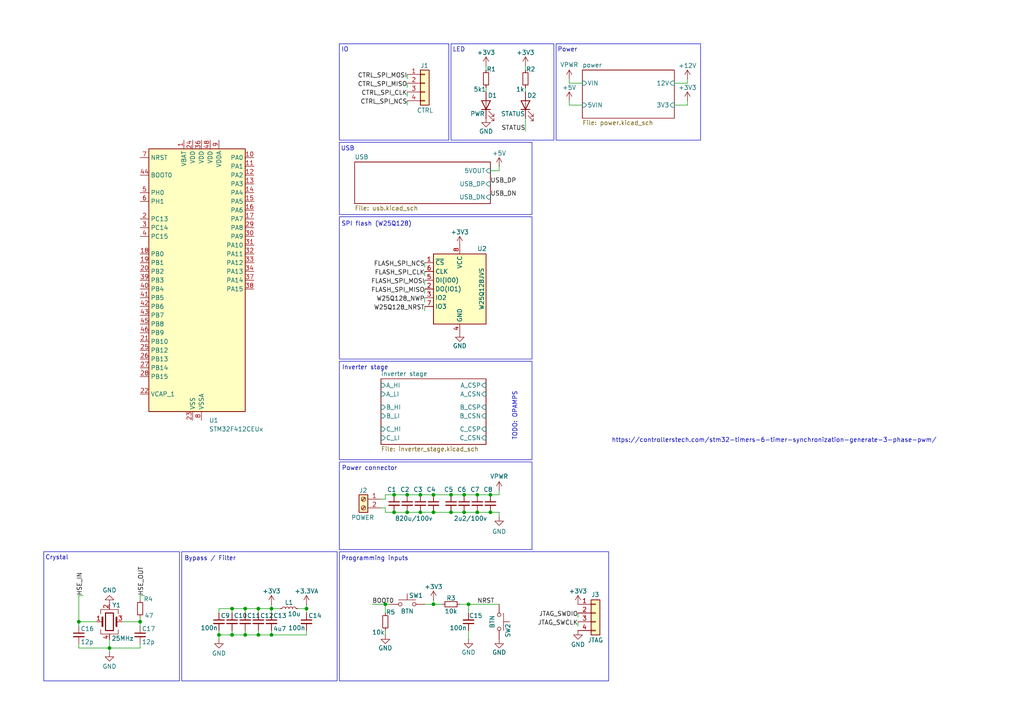
<source format=kicad_sch>
(kicad_sch (version 20231120) (generator "eeschema") (generator_version "8.0")
  (paper "A4")
  (lib_symbols
    (symbol "Connector:Screw_Terminal_01x02" (pin_names (offset 1.016) hide)
      (property "Reference" "J" (at 0 2.54 0))
      (property "Value" "Screw_Terminal_01x02" (at 0 -5.08 0))
      (symbol "Screw_Terminal_01x02_1_1"
        (rectangle (start -1.27 1.27) (end 1.27 -3.81) (stroke (width 0.254)) (fill (type background)))
        (circle (center 0 -2.54) (radius 0.635) (stroke (width 0.1524)))
        (polyline (pts (xy -0.5334 -2.2098) (xy 0.3302 -3.048)) (stroke (width 0.1524)))
        (polyline (pts (xy -0.5334 0.3302) (xy 0.3302 -0.508)) (stroke (width 0.1524)))
        (polyline (pts (xy -0.3556 -2.032) (xy 0.508 -2.8702)) (stroke (width 0.1524)))
        (polyline (pts (xy -0.3556 0.508) (xy 0.508 -0.3302)) (stroke (width 0.1524)))
        (circle (center 0 0) (radius 0.635) (stroke (width 0.1524)))
        (pin passive line (at -5.08 0 0) (length 3.81) (name "Pin_1") (number "1"))
        (pin passive line (at -5.08 -2.54 0) (length 3.81) (name "Pin_2") (number "2"))
      )
    )
    (symbol "Connector_Generic:Conn_01x04" (pin_names (offset 1.016) hide)
      (property "Reference" "J" (at 0 5.08 0))
      (property "Value" "Conn_01x04" (at 0 -7.62 0))
      (symbol "Conn_01x04_1_1"
        (rectangle (start -1.27 -4.953) (end 0 -5.207) (stroke (width 0.1524)))
        (rectangle (start -1.27 -2.413) (end 0 -2.667) (stroke (width 0.1524)))
        (rectangle (start -1.27 0.127) (end 0 -0.127) (stroke (width 0.1524)))
        (rectangle (start -1.27 2.667) (end 0 2.413) (stroke (width 0.1524)))
        (rectangle (start -1.27 3.81) (end 1.27 -6.35) (stroke (width 0.254)) (fill (type background)))
        (pin passive line (at -5.08 2.54 0) (length 3.81) (name "Pin_1") (number "1"))
        (pin passive line (at -5.08 0 0) (length 3.81) (name "Pin_2") (number "2"))
        (pin passive line (at -5.08 -2.54 0) (length 3.81) (name "Pin_3") (number "3"))
        (pin passive line (at -5.08 -5.08 0) (length 3.81) (name "Pin_4") (number "4"))
      )
    )
    (symbol "Device:C_Small" (pin_numbers hide) (pin_names (offset 0.254) hide)
      (property "Reference" "C" (at 0.254 1.778 0))
      (property "Value" "C_Small" (at 0.254 -2.032 0))
      (symbol "C_Small_0_1"
        (polyline (pts (xy -1.524 -0.508) (xy 1.524 -0.508)) (stroke (width 0.3302)))
        (polyline (pts (xy -1.524 0.508) (xy 1.524 0.508)) (stroke (width 0.3048)))
      )
      (symbol "C_Small_1_1"
        (pin passive line (at 0 2.54 270) (length 2.032) (name "~") (number "1"))
        (pin passive line (at 0 -2.54 90) (length 2.032) (name "~") (number "2"))
      )
    )
    (symbol "Device:Crystal_GND24" (pin_names (offset 1.016) hide)
      (property "Reference" "Y" (at 3.175 5.08 0))
      (property "Value" "Crystal_GND24" (at 3.175 3.175 0))
      (symbol "Crystal_GND24_0_1"
        (rectangle (start -1.143 2.54) (end 1.143 -2.54) (stroke (width 0.3048)))
        (polyline (pts (xy -2.54 0) (xy -2.032 0)))
        (polyline (pts (xy -2.032 -1.27) (xy -2.032 1.27)) (stroke (width 0.508)))
        (polyline (pts (xy 0 -3.81) (xy 0 -3.556)))
        (polyline (pts (xy 0 3.556) (xy 0 3.81)))
        (polyline (pts (xy 2.032 -1.27) (xy 2.032 1.27)) (stroke (width 0.508)))
        (polyline (pts (xy 2.032 0) (xy 2.54 0)))
        (polyline (pts (xy -2.54 -2.286) (xy -2.54 -3.556) (xy 2.54 -3.556) (xy 2.54 -2.286)))
        (polyline (pts (xy -2.54 2.286) (xy -2.54 3.556) (xy 2.54 3.556) (xy 2.54 2.286)))
      )
      (symbol "Crystal_GND24_1_1"
        (pin passive line (at -3.81 0 0) (length 1.27) (name "1") (number "1"))
        (pin passive line (at 0 5.08 270) (length 1.27) (name "2") (number "2"))
        (pin passive line (at 3.81 0 180) (length 1.27) (name "3") (number "3"))
        (pin passive line (at 0 -5.08 90) (length 1.27) (name "4") (number "4"))
      )
    )
    (symbol "Device:LED" (pin_numbers hide) (pin_names (offset 1.016) hide)
      (property "Reference" "D" (at 0 2.54 0))
      (property "Value" "LED" (at 0 -2.54 0))
      (symbol "LED_0_1"
        (polyline (pts (xy -1.27 -1.27) (xy -1.27 1.27)) (stroke (width 0.254)))
        (polyline (pts (xy -1.27 0) (xy 1.27 0)))
        (polyline (pts (xy 1.27 -1.27) (xy 1.27 1.27) (xy -1.27 0) (xy 1.27 -1.27)) (stroke (width 0.254)))
        (polyline (pts (xy -3.048 -0.762) (xy -4.572 -2.286) (xy -3.81 -2.286) (xy -4.572 -2.286) (xy -4.572 -1.524)))
        (polyline (pts (xy -1.778 -0.762) (xy -3.302 -2.286) (xy -2.54 -2.286) (xy -3.302 -2.286) (xy -3.302 -1.524)))
      )
      (symbol "LED_1_1"
        (pin passive line (at -3.81 0 0) (length 2.54) (name "K") (number "1"))
        (pin passive line (at 3.81 0 180) (length 2.54) (name "A") (number "2"))
      )
    )
    (symbol "Device:L_Small" (pin_numbers hide) (pin_names (offset 0.254) hide)
      (property "Reference" "L" (at 0.762 1.016 0))
      (property "Value" "L_Small" (at 0.762 -1.016 0))
      (symbol "L_Small_0_1"
        (arc (start 0 -2.032) (mid 0.5058 -1.524) (end 0 -1.016))
        (arc (start 0 -1.016) (mid 0.5058 -0.508) (end 0 0))
        (arc (start 0 0) (mid 0.5058 0.508) (end 0 1.016))
        (arc (start 0 1.016) (mid 0.5058 1.524) (end 0 2.032))
      )
      (symbol "L_Small_1_1"
        (pin passive line (at 0 2.54 270) (length 0.508) (name "~") (number "1"))
        (pin passive line (at 0 -2.54 90) (length 0.508) (name "~") (number "2"))
      )
    )
    (symbol "Device:R_Small" (pin_numbers hide) (pin_names (offset 0.254) hide)
      (property "Reference" "R" (at 0.762 0.508 0))
      (property "Value" "R_Small" (at 0.762 -1.016 0))
      (symbol "R_Small_0_1"
        (rectangle (start -0.762 1.778) (end 0.762 -1.778) (stroke (width 0.2032)))
      )
      (symbol "R_Small_1_1"
        (pin passive line (at 0 2.54 270) (length 0.762) (name "~") (number "1"))
        (pin passive line (at 0 -2.54 90) (length 0.762) (name "~") (number "2"))
      )
    )
    (symbol "MCU_ST_STM32F4:STM32F412CEUx"
      (property "Reference" "U" (at -12.7 39.37 0))
      (property "Value" "STM32F412CEUx" (at 10.16 39.37 0))
      (symbol "STM32F412CEUx_0_1"
        (rectangle (start -12.7 -38.1) (end 15.24 38.1) (stroke (width 0.254)) (fill (type background)))
      )
      (symbol "STM32F412CEUx_1_1"
        (pin power_in line (at -2.54 40.64 270) (length 2.54) (name "VBAT") (number "1"))
        (pin bidirectional line (at 17.78 35.56 180) (length 2.54) (name "PA0") (number "10"))
        (pin bidirectional line (at 17.78 33.02 180) (length 2.54) (name "PA1") (number "11"))
        (pin bidirectional line (at 17.78 30.48 180) (length 2.54) (name "PA2") (number "12"))
        (pin bidirectional line (at 17.78 27.94 180) (length 2.54) (name "PA3") (number "13"))
        (pin bidirectional line (at 17.78 25.4 180) (length 2.54) (name "PA4") (number "14"))
        (pin bidirectional line (at 17.78 22.86 180) (length 2.54) (name "PA5") (number "15"))
        (pin bidirectional line (at 17.78 20.32 180) (length 2.54) (name "PA6") (number "16"))
        (pin bidirectional line (at 17.78 17.78 180) (length 2.54) (name "PA7") (number "17"))
        (pin bidirectional line (at -15.24 7.62 0) (length 2.54) (name "PB0") (number "18"))
        (pin bidirectional line (at -15.24 5.08 0) (length 2.54) (name "PB1") (number "19"))
        (pin bidirectional line (at -15.24 17.78 0) (length 2.54) (name "PC13") (number "2"))
        (pin bidirectional line (at -15.24 2.54 0) (length 2.54) (name "PB2") (number "20"))
        (pin bidirectional line (at -15.24 -17.78 0) (length 2.54) (name "PB10") (number "21"))
        (pin power_out line (at -15.24 -33.02 0) (length 2.54) (name "VCAP_1") (number "22"))
        (pin power_in line (at 0 -40.64 90) (length 2.54) (name "VSS") (number "23"))
        (pin power_in line (at 0 40.64 270) (length 2.54) (name "VDD") (number "24"))
        (pin bidirectional line (at -15.24 -20.32 0) (length 2.54) (name "PB12") (number "25"))
        (pin bidirectional line (at -15.24 -22.86 0) (length 2.54) (name "PB13") (number "26"))
        (pin bidirectional line (at -15.24 -25.4 0) (length 2.54) (name "PB14") (number "27"))
        (pin bidirectional line (at -15.24 -27.94 0) (length 2.54) (name "PB15") (number "28"))
        (pin bidirectional line (at 17.78 15.24 180) (length 2.54) (name "PA8") (number "29"))
        (pin bidirectional line (at -15.24 15.24 0) (length 2.54) (name "PC14") (number "3"))
        (pin bidirectional line (at 17.78 12.7 180) (length 2.54) (name "PA9") (number "30"))
        (pin bidirectional line (at 17.78 10.16 180) (length 2.54) (name "PA10") (number "31"))
        (pin bidirectional line (at 17.78 7.62 180) (length 2.54) (name "PA11") (number "32"))
        (pin bidirectional line (at 17.78 5.08 180) (length 2.54) (name "PA12") (number "33"))
        (pin bidirectional line (at 17.78 2.54 180) (length 2.54) (name "PA13") (number "34"))
        (pin passive line (at 0 -40.64 90) (length 2.54) hide (name "VSS") (number "35"))
        (pin power_in line (at 2.54 40.64 270) (length 2.54) (name "VDD") (number "36"))
        (pin bidirectional line (at 17.78 0 180) (length 2.54) (name "PA14") (number "37"))
        (pin bidirectional line (at 17.78 -2.54 180) (length 2.54) (name "PA15") (number "38"))
        (pin bidirectional line (at -15.24 0 0) (length 2.54) (name "PB3") (number "39"))
        (pin bidirectional line (at -15.24 12.7 0) (length 2.54) (name "PC15") (number "4"))
        (pin bidirectional line (at -15.24 -2.54 0) (length 2.54) (name "PB4") (number "40"))
        (pin bidirectional line (at -15.24 -5.08 0) (length 2.54) (name "PB5") (number "41"))
        (pin bidirectional line (at -15.24 -7.62 0) (length 2.54) (name "PB6") (number "42"))
        (pin bidirectional line (at -15.24 -10.16 0) (length 2.54) (name "PB7") (number "43"))
        (pin input line (at -15.24 30.48 0) (length 2.54) (name "BOOT0") (number "44"))
        (pin bidirectional line (at -15.24 -12.7 0) (length 2.54) (name "PB8") (number "45"))
        (pin bidirectional line (at -15.24 -15.24 0) (length 2.54) (name "PB9") (number "46"))
        (pin passive line (at 0 -40.64 90) (length 2.54) hide (name "VSS") (number "47"))
        (pin power_in line (at 5.08 40.64 270) (length 2.54) (name "VDD") (number "48"))
        (pin passive line (at 0 -40.64 90) (length 2.54) hide (name "VSS") (number "49"))
        (pin bidirectional line (at -15.24 25.4 0) (length 2.54) (name "PH0") (number "5"))
        (pin bidirectional line (at -15.24 22.86 0) (length 2.54) (name "PH1") (number "6"))
        (pin input line (at -15.24 35.56 0) (length 2.54) (name "NRST") (number "7"))
        (pin power_in line (at 2.54 -40.64 90) (length 2.54) (name "VSSA") (number "8"))
        (pin power_in line (at 7.62 40.64 270) (length 2.54) (name "VDDA") (number "9"))
      )
    )
    (symbol "Memory_Flash:W25Q128JVS"
      (property "Reference" "U" (at -8.89 8.89 0))
      (property "Value" "W25Q128JVS" (at 7.62 8.89 0))
      (symbol "W25Q128JVS_0_1"
        (rectangle (start -7.62 10.16) (end 7.62 -10.16) (stroke (width 0.254)) (fill (type background)))
      )
      (symbol "W25Q128JVS_1_1"
        (pin input line (at -10.16 7.62 0) (length 2.54) (name "~{CS}") (number "1"))
        (pin bidirectional line (at -10.16 0 0) (length 2.54) (name "DO(IO1)") (number "2"))
        (pin bidirectional line (at -10.16 -2.54 0) (length 2.54) (name "IO2") (number "3"))
        (pin power_in line (at 0 -12.7 90) (length 2.54) (name "GND") (number "4"))
        (pin bidirectional line (at -10.16 2.54 0) (length 2.54) (name "DI(IO0)") (number "5"))
        (pin input line (at -10.16 5.08 0) (length 2.54) (name "CLK") (number "6"))
        (pin bidirectional line (at -10.16 -5.08 0) (length 2.54) (name "IO3") (number "7"))
        (pin power_in line (at 0 12.7 270) (length 2.54) (name "VCC") (number "8"))
      )
    )
    (symbol "Switch:SW_Push" (pin_numbers hide) (pin_names (offset 1.016) hide)
      (property "Reference" "SW" (at 1.27 2.54 0))
      (property "Value" "SW_Push" (at 0 -1.524 0))
      (symbol "SW_Push_0_1"
        (circle (center -2.032 0) (radius 0.508))
        (polyline (pts (xy 0 1.27) (xy 0 3.048)))
        (polyline (pts (xy 2.54 1.27) (xy -2.54 1.27)))
        (circle (center 2.032 0) (radius 0.508))
        (pin passive line (at -5.08 0 0) (length 2.54) (name "1") (number "1"))
        (pin passive line (at 5.08 0 180) (length 2.54) (name "2") (number "2"))
      )
    )
    (symbol "power:+12V" (power) (pin_numbers hide) (pin_names (offset 0) hide)
      (property "Value" "+12V" (at 0 3.556 0))
      (symbol "+12V_0_1"
        (polyline (pts (xy -0.762 1.27) (xy 0 2.54)))
        (polyline (pts (xy 0 0) (xy 0 2.54)))
        (polyline (pts (xy 0 2.54) (xy 0.762 1.27)))
      )
      (symbol "+12V_1_1"
        (pin power_in line (at 0 0 90) (length 0) (name "~") (number "1"))
      )
    )
    (symbol "power:+3.3VA" (power) (pin_numbers hide) (pin_names (offset 0) hide)
      (property "Value" "+3.3VA" (at 0 3.556 0))
      (symbol "+3.3VA_0_1"
        (polyline (pts (xy -0.762 1.27) (xy 0 2.54)))
        (polyline (pts (xy 0 0) (xy 0 2.54)))
        (polyline (pts (xy 0 2.54) (xy 0.762 1.27)))
      )
      (symbol "+3.3VA_1_1"
        (pin power_in line (at 0 0 90) (length 0) (name "~") (number "1"))
      )
    )
    (symbol "power:+3V3" (power) (pin_numbers hide) (pin_names (offset 0) hide)
      (property "Value" "+3V3" (at 0 3.556 0))
      (symbol "+3V3_0_1"
        (polyline (pts (xy -0.762 1.27) (xy 0 2.54)))
        (polyline (pts (xy 0 0) (xy 0 2.54)))
        (polyline (pts (xy 0 2.54) (xy 0.762 1.27)))
      )
      (symbol "+3V3_1_1"
        (pin power_in line (at 0 0 90) (length 0) (name "~") (number "1"))
      )
    )
    (symbol "power:+5V" (power) (pin_numbers hide) (pin_names (offset 0) hide)
      (property "Value" "+5V" (at 0 3.556 0))
      (symbol "+5V_0_1"
        (polyline (pts (xy -0.762 1.27) (xy 0 2.54)))
        (polyline (pts (xy 0 0) (xy 0 2.54)))
        (polyline (pts (xy 0 2.54) (xy 0.762 1.27)))
      )
      (symbol "+5V_1_1"
        (pin power_in line (at 0 0 90) (length 0) (name "~") (number "1"))
      )
    )
    (symbol "power:GND" (power) (pin_numbers hide) (pin_names (offset 0) hide)
      (property "Value" "GND" (at 0 -3.81 0))
      (symbol "GND_0_1"
        (polyline (pts (xy 0 0) (xy 0 -1.27) (xy 1.27 -1.27) (xy 0 -2.54) (xy -1.27 -1.27) (xy 0 -1.27)))
      )
      (symbol "GND_1_1"
        (pin power_in line (at 0 0 270) (length 0) (name "~") (number "1"))
      )
    )
    (symbol "power:Vdrive" (power) (pin_numbers hide) (pin_names (offset 0) hide)
      (property "Value" "Vdrive" (at 0 3.556 0))
      (symbol "Vdrive_0_1"
        (polyline (pts (xy -0.762 1.27) (xy 0 2.54)))
        (polyline (pts (xy 0 0) (xy 0 2.54)))
        (polyline (pts (xy 0 2.54) (xy 0.762 1.27)))
      )
      (symbol "Vdrive_1_1"
        (pin power_in line (at 0 0 90) (length 0) (name "~") (number "1"))
      )
    )
  )
  (junction (at 118.11 148.59))
  (junction (at 71.12 184.15))
  (junction (at 135.89 175.26))
  (junction (at 74.93 176.53))
  (junction (at 22.86 180.34))
  (junction (at 134.62 143.51))
  (junction (at 88.9 176.53))
  (junction (at 78.74 176.53))
  (junction (at 130.81 143.51))
  (junction (at 138.43 148.59))
  (junction (at 134.62 148.59))
  (junction (at 40.64 180.34))
  (junction (at 67.31 184.15))
  (junction (at 111.76 175.26))
  (junction (at 125.73 143.51))
  (junction (at 74.93 184.15))
  (junction (at 125.73 148.59))
  (junction (at 142.24 148.59))
  (junction (at 114.3 143.51))
  (junction (at 138.43 143.51))
  (junction (at 71.12 176.53))
  (junction (at 78.74 184.15))
  (junction (at 63.5 184.15))
  (junction (at 130.81 148.59))
  (junction (at 142.24 143.51))
  (junction (at 121.92 143.51))
  (junction (at 118.11 143.51))
  (junction (at 31.75 187.96))
  (junction (at 67.31 176.53))
  (junction (at 125.73 175.26))
  (junction (at 121.92 148.59))
  (junction (at 114.3 148.59))
  (wire (pts (xy 142.24 148.59) (xy 144.78 148.59)))
  (wire (pts (xy 199.39 22.86) (xy 199.39 24.13)))
  (wire (pts (xy 40.64 187.96) (xy 40.64 186.69)))
  (wire (pts (xy 140.97 20.32) (xy 140.97 19.05)))
  (wire (pts (xy 78.74 176.53) (xy 81.28 176.53)))
  (wire (pts (xy 63.5 185.42) (xy 63.5 184.15)))
  (wire (pts (xy 78.74 176.53) (xy 78.74 177.8)))
  (wire (pts (xy 31.75 185.42) (xy 31.75 187.96)))
  (wire (pts (xy 123.19 87.63) (xy 123.19 86.36)))
  (wire (pts (xy 135.89 182.88) (xy 135.89 185.42)))
  (wire (pts (xy 88.9 184.15) (xy 88.9 182.88)))
  (wire (pts (xy 144.78 49.53) (xy 142.24 49.53)))
  (wire (pts (xy 67.31 176.53) (xy 67.31 177.8)))
  (wire (pts (xy 24.13 172.72) (xy 22.86 172.72)))
  (wire (pts (xy 111.76 175.26) (xy 111.76 177.8)))
  (wire (pts (xy 111.76 144.78) (xy 110.49 144.78)))
  (wire (pts (xy 152.4 19.05) (xy 152.4 20.32)))
  (wire (pts (xy 118.11 30.48) (xy 118.11 29.21)))
  (wire (pts (xy 125.73 175.26) (xy 128.27 175.26)))
  (wire (pts (xy 123.19 90.17) (xy 123.19 88.9)))
  (wire (pts (xy 167.64 181.61) (xy 167.64 180.34)))
  (wire (pts (xy 67.31 184.15) (xy 71.12 184.15)))
  (wire (pts (xy 165.1 29.21) (xy 165.1 30.48)))
  (wire (pts (xy 135.89 175.26) (xy 144.78 175.26)))
  (wire (pts (xy 125.73 143.51) (xy 130.81 143.51)))
  (wire (pts (xy 74.93 176.53) (xy 71.12 176.53)))
  (wire (pts (xy 125.73 148.59) (xy 130.81 148.59)))
  (wire (pts (xy 165.1 30.48) (xy 168.91 30.48)))
  (wire (pts (xy 111.76 143.51) (xy 114.3 143.51)))
  (wire (pts (xy 78.74 184.15) (xy 78.74 182.88)))
  (wire (pts (xy 35.56 180.34) (xy 40.64 180.34)))
  (wire (pts (xy 67.31 182.88) (xy 67.31 184.15)))
  (wire (pts (xy 22.86 187.96) (xy 31.75 187.96)))
  (wire (pts (xy 63.5 176.53) (xy 63.5 177.8)))
  (wire (pts (xy 152.4 25.4) (xy 152.4 26.67)))
  (wire (pts (xy 111.76 148.59) (xy 114.3 148.59)))
  (wire (pts (xy 125.73 173.99) (xy 125.73 175.26)))
  (wire (pts (xy 130.81 143.51) (xy 134.62 143.51)))
  (wire (pts (xy 74.93 184.15) (xy 78.74 184.15)))
  (wire (pts (xy 118.11 148.59) (xy 121.92 148.59)))
  (wire (pts (xy 144.78 149.86) (xy 144.78 148.59)))
  (wire (pts (xy 140.97 25.4) (xy 140.97 26.67)))
  (wire (pts (xy 144.78 48.26) (xy 144.78 49.53)))
  (wire (pts (xy 130.81 148.59) (xy 134.62 148.59)))
  (wire (pts (xy 114.3 148.59) (xy 118.11 148.59)))
  (wire (pts (xy 133.35 175.26) (xy 135.89 175.26)))
  (wire (pts (xy 71.12 184.15) (xy 74.93 184.15)))
  (wire (pts (xy 63.5 182.88) (xy 63.5 184.15)))
  (wire (pts (xy 123.19 77.47) (xy 123.19 76.2)))
  (wire (pts (xy 40.64 172.72) (xy 40.64 173.99)))
  (wire (pts (xy 111.76 175.26) (xy 113.03 175.26)))
  (wire (pts (xy 123.19 85.09) (xy 123.19 83.82)))
  (wire (pts (xy 74.93 182.88) (xy 74.93 184.15)))
  (wire (pts (xy 118.11 143.51) (xy 121.92 143.51)))
  (wire (pts (xy 88.9 176.53) (xy 88.9 175.26)))
  (wire (pts (xy 165.1 22.86) (xy 165.1 24.13)))
  (wire (pts (xy 134.62 148.59) (xy 138.43 148.59)))
  (wire (pts (xy 78.74 176.53) (xy 74.93 176.53)))
  (wire (pts (xy 71.12 176.53) (xy 67.31 176.53)))
  (wire (pts (xy 86.36 176.53) (xy 88.9 176.53)))
  (wire (pts (xy 74.93 176.53) (xy 74.93 177.8)))
  (wire (pts (xy 71.12 182.88) (xy 71.12 184.15)))
  (wire (pts (xy 167.64 179.07) (xy 167.64 177.8)))
  (wire (pts (xy 165.1 24.13) (xy 168.91 24.13)))
  (wire (pts (xy 111.76 182.88) (xy 111.76 184.15)))
  (wire (pts (xy 118.11 22.86) (xy 118.11 21.59)))
  (wire (pts (xy 78.74 184.15) (xy 88.9 184.15)))
  (wire (pts (xy 40.64 179.07) (xy 40.64 180.34)))
  (wire (pts (xy 199.39 29.21) (xy 199.39 30.48)))
  (wire (pts (xy 138.43 148.59) (xy 142.24 148.59)))
  (wire (pts (xy 135.89 175.26) (xy 135.89 177.8)))
  (wire (pts (xy 41.91 172.72) (xy 40.64 172.72)))
  (wire (pts (xy 199.39 24.13) (xy 195.58 24.13)))
  (wire (pts (xy 88.9 176.53) (xy 88.9 177.8)))
  (wire (pts (xy 31.75 187.96) (xy 40.64 187.96)))
  (wire (pts (xy 111.76 147.32) (xy 110.49 147.32)))
  (wire (pts (xy 63.5 184.15) (xy 67.31 184.15)))
  (wire (pts (xy 31.75 189.23) (xy 31.75 187.96)))
  (wire (pts (xy 144.78 142.24) (xy 144.78 143.51)))
  (wire (pts (xy 111.76 148.59) (xy 111.76 147.32)))
  (wire (pts (xy 199.39 30.48) (xy 195.58 30.48)))
  (wire (pts (xy 22.86 180.34) (xy 22.86 181.61)))
  (wire (pts (xy 125.73 175.26) (xy 123.19 175.26)))
  (wire (pts (xy 78.74 175.26) (xy 78.74 176.53)))
  (wire (pts (xy 22.86 186.69) (xy 22.86 187.96)))
  (wire (pts (xy 118.11 25.4) (xy 118.11 24.13)))
  (wire (pts (xy 118.11 27.94) (xy 118.11 26.67)))
  (wire (pts (xy 67.31 176.53) (xy 63.5 176.53)))
  (wire (pts (xy 111.76 143.51) (xy 111.76 144.78)))
  (wire (pts (xy 123.19 82.55) (xy 123.19 81.28)))
  (wire (pts (xy 27.94 180.34) (xy 22.86 180.34)))
  (wire (pts (xy 71.12 176.53) (xy 71.12 177.8)))
  (wire (pts (xy 107.95 175.26) (xy 111.76 175.26)))
  (wire (pts (xy 121.92 143.51) (xy 125.73 143.51)))
  (wire (pts (xy 40.64 180.34) (xy 40.64 181.61)))
  (wire (pts (xy 134.62 143.51) (xy 138.43 143.51)))
  (wire (pts (xy 22.86 172.72) (xy 22.86 180.34)))
  (wire (pts (xy 142.24 143.51) (xy 144.78 143.51)))
  (wire (pts (xy 123.19 80.01) (xy 123.19 78.74)))
  (wire (pts (xy 152.4 38.1) (xy 152.4 34.29)))
  (wire (pts (xy 121.92 148.59) (xy 125.73 148.59)))
  (wire (pts (xy 138.43 143.51) (xy 142.24 143.51)))
  (wire (pts (xy 114.3 143.51) (xy 118.11 143.51)))
  (rectangle (start 98.425 62.865) (end 154.305 104.14))
  (rectangle (start 98.425 104.775) (end 154.305 133.35))
  (rectangle (start 161.29 12.7) (end 203.2 40.64))
  (rectangle (start 98.425 41.275) (end 154.305 62.23))
  (rectangle (start 130.81 12.7) (end 160.655 40.64))
  (rectangle (start 98.425 160.02) (end 176.53 197.485))
  (rectangle (start 12.7 160.02) (end 52.07 197.485))
  (rectangle (start 52.705 160.02) (end 97.79 197.485))
  (rectangle (start 98.425 12.7) (end 130.175 40.64))
  (rectangle (start 98.425 133.985) (end 154.305 159.385))
  (text "Bypass / Filter" (at 60.96 162.052 0) (effects (font (size 1.27 1.27))))
  (text "TODO: OPAMPS" (at 149.352 120.65 90) (effects (font (size 1.27 1.27))))
  (text "https://controllerstech.com/stm32-timers-6-timer-synchronization-generate-3-phase-pwm/" (at 224.536 127.762 0) (effects (font (size 1.27 1.27))))
  (text "Programming inputs" (at 108.712 162.052 0) (effects (font (size 1.27 1.27))))
  (text "IO" (at 100.076 14.478 0) (effects (font (size 1.27 1.27))))
  (text "Crystal" (at 16.51 161.798 0) (effects (font (size 1.27 1.27))))
  (text "Power" (at 164.592 14.478 0) (effects (font (size 1.27 1.27))))
  (text "USB" (at 100.838 43.18 0) (effects (font (size 1.27 1.27))))
  (text "LED" (at 133.096 14.478 0) (effects (font (size 1.27 1.27))))
  (text "Power connector" (at 107.188 135.89 0) (effects (font (size 1.27 1.27))))
  (text "Inverter stage" (at 105.918 106.68 0) (effects (font (size 1.27 1.27))))
  (text "SPI flash (W25Q128)" (at 109.22 65.024 0) (effects (font (size 1.27 1.27))))
  (label "W25Q128_NRST" (at 123.19 90.17 180))
  (label "CTRL_SPI_MOSI" (at 118.11 22.86 180))
  (label "USB_DP" (at 142.24 53.34 0))
  (label "CTRL_SPI_MISO" (at 118.11 25.4 180))
  (label "JTAG_SWDIO" (at 167.64 179.07 180))
  (label "CTRL_SPI_CLK" (at 118.11 27.94 180))
  (label "FLASH_SPI_MISO" (at 123.19 85.09 180))
  (label "HSE_IN" (at 24.13 172.72 90))
  (label "STATUS" (at 152.4 38.1 180))
  (label "HSE_OUT" (at 41.91 172.72 90))
  (label "FLASH_SPI_NCS" (at 123.19 77.47 180))
  (label "NRST" (at 138.43 175.26 0))
  (label "BOOT0" (at 107.95 175.26 0))
  (label "FLASH_SPI_MOSI" (at 123.19 82.55 180))
  (label "USB_DN" (at 142.24 57.15 0))
  (label "FLASH_SPI_CLK" (at 123.19 80.01 180))
  (label "CTRL_SPI_NCS" (at 118.11 30.48 180))
  (label "JTAG_SWCLK" (at 167.64 181.61 180))
  (label "W25Q128_NWP" (at 123.19 87.63 180))
  (symbol (lib_id "Memory_Flash:W25Q128JVS") (at 133.35 83.82 0) (unit 1)
    (property "Reference" "U2" (at 138.43 72.136 0) (effects (justify left)))
    (property "Value" "W25Q128JVS" (at 139.7 89.916 90) (effects (justify left)))
    (property "Footprint" "Package_SO:SOIC-8_5.23x5.23mm_P1.27mm" (effects (hide yes)))
    (property "Datasheet" "http://www.winbond.com/resource-files/w25q128jv_dtr%20revc%2003272018%20plus.pdf" (effects (hide yes)))
    (property "Description" "128Mb Serial Flash Memory, Standard/Dual/Quad SPI, SOIC-8" (effects (hide yes)))
  )
  (symbol (lib_id "Device:Crystal_GND24") (at 31.75 180.34 0) (unit 1)
    (property "Reference" "Y1" (at 33.782 175.514 0))
    (property "Value" "25MHz" (at 35.56 185.166 0))
    (property "Footprint" "Crystal:Crystal_SMD_3225-4Pin_3.2x2.5mm" (effects (hide yes)))
    (property "Description" "Four pin crystal, GND on pins 2 and 4" (effects (hide yes)))
  )
  (symbol (lib_id "Device:C_Small") (at 130.81 146.05 0) (unit 1)
    (property "Reference" "C5" (at 128.778 141.986 0) (effects (justify left)))
    (property "Value" "2u2/100v" (at 131.572 150.368 0) (effects (justify left)))
    (property "Footprint" "Capacitor_SMD:C_1210_3225Metric" (effects (hide yes)))
    (property "Description" "Unpolarized capacitor, small symbol" (effects (hide yes)))
  )
  (symbol (lib_id "power:+12V") (at 199.39 22.86 0) (unit 1)
    (property "Reference" "#PWR04" (effects (hide yes)))
    (property "Value" "+12V" (at 199.39 19.05 0))
    (property "Description" "Power symbol creates a global label with name \"+12V\"" (effects (hide yes)))
  )
  (symbol (lib_id "Device:R_Small") (at 152.4 22.86 0) (unit 1)
    (property "Reference" "R2" (at 153.924 20.066 0))
    (property "Value" "1k" (at 150.876 25.908 0))
    (property "Footprint" "Resistor_SMD:R_0603_1608Metric" (effects (hide yes)))
    (property "Description" "Resistor, small symbol" (effects (hide yes)))
  )
  (symbol (lib_id "power:+5V") (at 144.78 48.26 0) (unit 1)
    (property "Reference" "#PWR058" (effects (hide yes)))
    (property "Value" "+5V" (at 144.78 44.45 0))
    (property "Description" "Power symbol creates a global label with name \"+5V\"" (effects (hide yes)))
  )
  (symbol (lib_id "Device:C_Small") (at 138.43 146.05 0) (unit 1)
    (property "Reference" "C7" (at 136.398 141.986 0) (effects (justify left)))
    (property "Value" "2u2/100v" (effects (hide yes)))
    (property "Footprint" "Capacitor_SMD:C_1210_3225Metric" (effects (hide yes)))
    (property "Description" "Unpolarized capacitor, small symbol" (effects (hide yes)))
  )
  (symbol (lib_id "Device:C_Small") (at 22.86 184.15 0) (unit 1)
    (property "Reference" "C16" (at 23.368 182.372 0) (effects (justify left)))
    (property "Value" "12p" (at 23.368 186.182 0) (effects (justify left)))
    (property "Footprint" "Capacitor_SMD:C_0603_1608Metric" (effects (hide yes)))
    (property "Description" "Unpolarized capacitor, small symbol" (effects (hide yes)))
  )
  (symbol (lib_id "power:GND") (at 31.75 175.26 180) (unit 1)
    (property "Reference" "#PWR012" (effects (hide yes)))
    (property "Value" "GND" (at 31.75 171.196 0))
    (property "Description" "Power symbol creates a global label with name \"GND\" , ground" (effects (hide yes)))
  )
  (symbol (lib_id "Device:C_Small") (at 63.5 180.34 0) (unit 1)
    (property "Reference" "C9" (at 64.008 178.562 0) (effects (justify left)))
    (property "Value" "100n" (at 58.166 182.118 0) (effects (justify left)))
    (property "Footprint" "Capacitor_SMD:C_0603_1608Metric" (effects (hide yes)))
    (property "Description" "Unpolarized capacitor, small symbol" (effects (hide yes)))
  )
  (symbol (lib_id "Device:R_Small") (at 130.81 175.26 90) (unit 1)
    (property "Reference" "R3" (at 130.81 173.482 90))
    (property "Value" "10k" (at 130.81 177.292 90))
    (property "Footprint" "Resistor_SMD:R_0603_1608Metric" (effects (hide yes)))
    (property "Description" "Resistor, small symbol" (effects (hide yes)))
  )
  (symbol (lib_id "Switch:SW_Push") (at 118.11 175.26 0) (unit 1)
    (property "Reference" "SW1" (at 120.65 172.72 0))
    (property "Value" "BTN" (at 118.11 177.292 0))
    (property "Footprint" "Button_Switch_SMD:SW_SPST_PTS810" (effects (hide yes)))
    (property "Description" "Push button switch, generic, two pins" (effects (hide yes)))
    (property "LCSC" "C2681476" (effects (hide yes)))
  )
  (symbol (lib_id "power:+3V3") (at 140.97 19.05 0) (mirror y) (unit 1)
    (property "Reference" "#PWR01" (effects (hide yes)))
    (property "Value" "+3V3" (at 140.97 15.24 0))
    (property "Description" "Power symbol creates a global label with name \"+3V3\"" (effects (hide yes)))
  )
  (symbol (lib_id "power:GND") (at 31.75 189.23 0) (unit 1)
    (property "Reference" "#PWR021" (effects (hide yes)))
    (property "Value" "GND" (at 31.75 193.294 0))
    (property "Description" "Power symbol creates a global label with name \"GND\" , ground" (effects (hide yes)))
  )
  (symbol (lib_id "Switch:SW_Push") (at 144.78 180.34 270) (unit 1)
    (property "Reference" "SW2" (at 147.32 182.88 0))
    (property "Value" "BTN" (at 142.748 180.34 0))
    (property "Footprint" "Button_Switch_SMD:SW_SPST_PTS810" (effects (hide yes)))
    (property "Description" "Push button switch, generic, two pins" (effects (hide yes)))
    (property "LCSC" "C2681476" (effects (hide yes)))
  )
  (symbol (lib_id "power:GND") (at 111.76 184.15 0) (unit 1)
    (property "Reference" "#PWR017" (effects (hide yes)))
    (property "Value" "GND" (at 111.76 187.96 0))
    (property "Description" "Power symbol creates a global label with name \"GND\" , ground" (effects (hide yes)))
  )
  (symbol (lib_id "Device:R_Small") (at 111.76 180.34 0) (unit 1)
    (property "Reference" "R5" (at 113.284 177.546 0))
    (property "Value" "10k" (at 109.728 183.388 0))
    (property "Footprint" "Resistor_SMD:R_0603_1608Metric" (effects (hide yes)))
    (property "Description" "Resistor, small symbol" (effects (hide yes)))
  )
  (symbol (lib_id "power:Vdrive") (at 144.78 142.24 0) (unit 1)
    (property "Reference" "#PWR09" (effects (hide yes)))
    (property "Value" "VPWR" (at 144.78 138.176 0))
    (property "Description" "Power symbol creates a global label with name \"Vdrive\"" (effects (hide yes)))
  )
  (symbol (lib_id "power:GND") (at 144.78 149.86 0) (unit 1)
    (property "Reference" "#PWR010" (effects (hide yes)))
    (property "Value" "GND" (at 144.78 154.178 0))
    (property "Description" "Power symbol creates a global label with name \"GND\" , ground" (effects (hide yes)))
  )
  (symbol (lib_id "power:GND") (at 140.97 34.29 0) (unit 1)
    (property "Reference" "#PWR06" (effects (hide yes)))
    (property "Value" "GND" (at 140.97 38.1 0))
    (property "Description" "Power symbol creates a global label with name \"GND\" , ground" (effects (hide yes)))
  )
  (symbol (lib_id "power:+3.3VA") (at 88.9 175.26 0) (unit 1)
    (property "Reference" "#PWR014" (effects (hide yes)))
    (property "Value" "+3.3VA" (at 88.9 171.45 0))
    (property "Description" "Power symbol creates a global label with name \"+3.3VA\"" (effects (hide yes)))
  )
  (symbol (lib_id "power:+3V3") (at 152.4 19.05 0) (mirror y) (unit 1)
    (property "Reference" "#PWR02" (effects (hide yes)))
    (property "Value" "+3V3" (at 152.4 15.24 0))
    (property "Description" "Power symbol creates a global label with name \"+3V3\"" (effects (hide yes)))
  )
  (symbol (lib_id "power:GND") (at 133.35 96.52 0) (unit 1)
    (property "Reference" "#PWR08" (effects (hide yes)))
    (property "Value" "GND" (at 133.35 100.33 0))
    (property "Description" "Power symbol creates a global label with name \"GND\" , ground" (effects (hide yes)))
  )
  (symbol (lib_id "Device:C_Small") (at 135.89 180.34 180) (unit 1)
    (property "Reference" "C15" (at 139.954 178.562 0) (effects (justify left)))
    (property "Value" "100n" (at 135.382 182.118 0) (effects (justify left)))
    (property "Footprint" "Capacitor_SMD:C_0603_1608Metric" (effects (hide yes)))
    (property "Description" "Unpolarized capacitor, small symbol" (effects (hide yes)))
  )
  (symbol (lib_id "power:+3V3") (at 133.35 71.12 0) (mirror y) (unit 1)
    (property "Reference" "#PWR07" (effects (hide yes)))
    (property "Value" "+3V3" (at 133.35 67.31 0))
    (property "Description" "Power symbol creates a global label with name \"+3V3\"" (effects (hide yes)))
  )
  (symbol (lib_id "Device:C_Small") (at 118.11 146.05 0) (unit 1)
    (property "Reference" "C2" (at 116.078 141.986 0) (effects (justify left)))
    (property "Value" "820u/100v" (effects (hide yes)))
    (property "Footprint" "Capacitor_THT:C_Radial_D18.0mm_H35.5mm_P7.50mm" (effects (hide yes)))
    (property "Description" "Unpolarized capacitor, small symbol" (effects (hide yes)))
  )
  (symbol (lib_id "Device:R_Small") (at 140.97 22.86 0) (unit 1)
    (property "Reference" "R1" (at 142.494 20.066 0))
    (property "Value" "5k1" (at 139.192 25.908 0))
    (property "Footprint" "Resistor_SMD:R_0603_1608Metric" (effects (hide yes)))
    (property "Description" "Resistor, small symbol" (effects (hide yes)))
  )
  (symbol (lib_id "Device:C_Small") (at 134.62 146.05 0) (unit 1)
    (property "Reference" "C6" (at 132.588 141.986 0) (effects (justify left)))
    (property "Value" "2u2/100v" (effects (hide yes)))
    (property "Footprint" "Capacitor_SMD:C_1210_3225Metric" (effects (hide yes)))
    (property "Description" "Unpolarized capacitor, small symbol" (effects (hide yes)))
  )
  (symbol (lib_id "power:GND") (at 167.64 182.88 0) (unit 1)
    (property "Reference" "#PWR016" (effects (hide yes)))
    (property "Value" "GND" (at 167.64 186.944 0))
    (property "Description" "Power symbol creates a global label with name \"GND\" , ground" (effects (hide yes)))
  )
  (symbol (lib_id "Connector:Screw_Terminal_01x02") (at 105.41 144.78 0) (mirror y) (unit 1)
    (property "Reference" "J2" (at 104.14 142.24 0) (effects (justify right)))
    (property "Value" "POWER" (at 101.854 150.114 0) (effects (justify right)))
    (property "Footprint" "Connector_AMASS:AMASS_XT60-F_1x02_P7.20mm_Vertical" (effects (hide yes)))
    (property "Description" "Generic screw terminal, single row, 01x02, script generated (kicad-library-utils/schlib/autogen/connector/)" (effects (hide yes)))
  )
  (symbol (lib_id "Device:C_Small") (at 74.93 180.34 0) (unit 1)
    (property "Reference" "C12" (at 75.438 178.562 0) (effects (justify left)))
    (property "Value" "100n" (effects (hide yes)))
    (property "Footprint" "Capacitor_SMD:C_0603_1608Metric" (effects (hide yes)))
    (property "Description" "Unpolarized capacitor, small symbol" (effects (hide yes)))
  )
  (symbol (lib_id "power:GND") (at 135.89 185.42 0) (unit 1)
    (property "Reference" "#PWR019" (effects (hide yes)))
    (property "Value" "GND" (at 135.89 189.23 0))
    (property "Description" "Power symbol creates a global label with name \"GND\" , ground" (effects (hide yes)))
  )
  (symbol (lib_id "Device:C_Small") (at 125.73 146.05 0) (unit 1)
    (property "Reference" "C4" (at 123.698 141.986 0) (effects (justify left)))
    (property "Value" "820u/100v" (effects (hide yes)))
    (property "Footprint" "Capacitor_THT:C_Radial_D18.0mm_H35.5mm_P7.50mm" (effects (hide yes)))
    (property "Description" "Unpolarized capacitor, small symbol" (effects (hide yes)))
  )
  (symbol (lib_id "Device:C_Small") (at 40.64 184.15 0) (unit 1)
    (property "Reference" "C17" (at 41.148 182.372 0) (effects (justify left)))
    (property "Value" "12p" (at 41.148 186.182 0) (effects (justify left)))
    (property "Footprint" "Capacitor_SMD:C_0603_1608Metric" (effects (hide yes)))
    (property "Description" "Unpolarized capacitor, small symbol" (effects (hide yes)))
  )
  (symbol (lib_id "Device:C_Small") (at 78.74 180.34 0) (unit 1)
    (property "Reference" "C13" (at 79.248 178.562 0) (effects (justify left)))
    (property "Value" "4u7" (at 79.248 182.372 0) (effects (justify left)))
    (property "Footprint" "Capacitor_SMD:C_0603_1608Metric" (effects (hide yes)))
    (property "Description" "Unpolarized capacitor, small symbol" (effects (hide yes)))
  )
  (symbol (lib_id "Device:C_Small") (at 67.31 180.34 0) (unit 1)
    (property "Reference" "C10" (at 67.818 178.562 0) (effects (justify left)))
    (property "Value" "100n" (effects (hide yes)))
    (property "Footprint" "Capacitor_SMD:C_0603_1608Metric" (effects (hide yes)))
    (property "Description" "Unpolarized capacitor, small symbol" (effects (hide yes)))
  )
  (symbol (lib_id "Device:C_Small") (at 88.9 180.34 0) (unit 1)
    (property "Reference" "C14" (at 89.408 178.562 0) (effects (justify left)))
    (property "Value" "100n" (at 83.566 182.118 0) (effects (justify left)))
    (property "Footprint" "Capacitor_SMD:C_0603_1608Metric" (effects (hide yes)))
    (property "Description" "Unpolarized capacitor, small symbol" (effects (hide yes)))
  )
  (symbol (lib_id "Device:R_Small") (at 40.64 176.53 0) (unit 1)
    (property "Reference" "R4" (at 41.656 173.736 0) (effects (justify left)))
    (property "Value" "47" (at 41.91 178.562 0) (effects (justify left)))
    (property "Footprint" "Resistor_SMD:R_0603_1608Metric" (effects (hide yes)))
    (property "Description" "Resistor, small symbol" (effects (hide yes)))
    (property "LCSC" "C25118" (effects (hide yes)))
  )
  (symbol (lib_id "Connector_Generic:Conn_01x04") (at 123.19 24.13 0) (unit 1)
    (property "Reference" "J1" (at 121.92 19.05 0) (effects (justify left)))
    (property "Value" "CTRL" (at 120.904 32.004 0) (effects (justify left)))
    (property "Footprint" "Connector_PinHeader_2.00mm:PinHeader_1x04_P2.00mm_Vertical" (effects (hide yes)))
    (property "Description" "Generic connector, single row, 01x04, script generated (kicad-library-utils/schlib/autogen/connector/)" (effects (hide yes)))
  )
  (symbol (lib_id "power:+3V3") (at 199.39 29.21 0) (unit 1)
    (property "Reference" "#PWR05" (effects (hide yes)))
    (property "Value" "+3V3" (at 199.39 25.4 0))
    (property "Description" "Power symbol creates a global label with name \"+3V3\"" (effects (hide yes)))
  )
  (symbol (lib_id "Device:LED") (at 140.97 30.48 90) (unit 1)
    (property "Reference" "D1" (at 141.478 27.686 90) (effects (justify right)))
    (property "Value" "PWR" (at 136.398 33.02 90) (effects (justify right)))
    (property "Footprint" "LED_SMD:LED_0603_1608Metric" (effects (hide yes)))
    (property "Description" "RED" (effects (hide yes)))
  )
  (symbol (lib_id "power:+5V") (at 165.1 29.21 0) (unit 1)
    (property "Reference" "#PWR056" (effects (hide yes)))
    (property "Value" "+5V" (at 165.1 25.4 0))
    (property "Description" "Power symbol creates a global label with name \"+5V\"" (effects (hide yes)))
  )
  (symbol (lib_id "Device:C_Small") (at 114.3 146.05 0) (unit 1)
    (property "Reference" "C1" (at 112.268 141.986 0) (effects (justify left)))
    (property "Value" "820u/100v" (at 114.554 150.368 0) (effects (justify left)))
    (property "Footprint" "Capacitor_THT:C_Radial_D18.0mm_H35.5mm_P7.50mm" (effects (hide yes)))
    (property "Description" "Unpolarized capacitor, small symbol" (effects (hide yes)))
  )
  (symbol (lib_id "power:Vdrive") (at 165.1 22.86 0) (unit 1)
    (property "Reference" "#PWR03" (effects (hide yes)))
    (property "Value" "VPWR" (at 165.1 18.796 0))
    (property "Description" "Power symbol creates a global label with name \"Vdrive\"" (effects (hide yes)))
  )
  (symbol (lib_id "power:GND") (at 144.78 185.42 0) (unit 1)
    (property "Reference" "#PWR020" (effects (hide yes)))
    (property "Value" "GND" (at 144.78 189.23 0))
    (property "Description" "Power symbol creates a global label with name \"GND\" , ground" (effects (hide yes)))
  )
  (symbol (lib_id "Device:LED") (at 152.4 30.48 90) (unit 1)
    (property "Reference" "D2" (at 152.908 27.686 90) (effects (justify right)))
    (property "Value" "STATUS" (at 145.288 33.02 90) (effects (justify right)))
    (property "Footprint" "LED_SMD:LED_0603_1608Metric" (effects (hide yes)))
    (property "Description" "Light emitting diode" (effects (hide yes)))
  )
  (symbol (lib_id "power:+3V3") (at 78.74 175.26 0) (unit 1)
    (property "Reference" "#PWR013" (effects (hide yes)))
    (property "Value" "+3V3" (at 78.74 171.45 0))
    (property "Description" "Power symbol creates a global label with name \"+3V3\"" (effects (hide yes)))
  )
  (symbol (lib_id "power:+3V3") (at 167.64 175.26 0) (unit 1)
    (property "Reference" "#PWR015" (effects (hide yes)))
    (property "Value" "+3V3" (at 167.64 171.45 0))
    (property "Description" "Power symbol creates a global label with name \"+3V3\"" (effects (hide yes)))
  )
  (symbol (lib_id "Device:C_Small") (at 71.12 180.34 0) (unit 1)
    (property "Reference" "C11" (at 71.628 178.562 0) (effects (justify left)))
    (property "Value" "100n" (effects (hide yes)))
    (property "Footprint" "Capacitor_SMD:C_0603_1608Metric" (effects (hide yes)))
    (property "Description" "Unpolarized capacitor, small symbol" (effects (hide yes)))
  )
  (symbol (lib_id "Device:L_Small") (at 83.82 176.53 90) (unit 1)
    (property "Reference" "L1" (at 83.82 174.752 90))
    (property "Value" "10u" (at 85.344 178.054 90))
    (property "Footprint" "Inductor_SMD:L_0805_2012Metric" (effects (hide yes)))
    (property "Description" "Inductor, small symbol" (effects (hide yes)))
  )
  (symbol (lib_id "power:+3V3") (at 125.73 173.99 0) (mirror y) (unit 1)
    (property "Reference" "#PWR011" (effects (hide yes)))
    (property "Value" "+3V3" (at 125.73 170.18 0))
    (property "Description" "Power symbol creates a global label with name \"+3V3\"" (effects (hide yes)))
  )
  (symbol (lib_id "MCU_ST_STM32F4:STM32F412CEUx") (at 55.88 81.28 0) (unit 1)
    (property "Reference" "U1" (at 60.6141 121.92 0) (effects (justify left)))
    (property "Value" "STM32F412CEUx" (at 60.6141 124.46 0) (effects (justify left)))
    (property "Footprint" "Package_DFN_QFN:QFN-48-1EP_7x7mm_P0.5mm_EP5.6x5.6mm" (effects (hide yes)))
    (property "Datasheet" "https://www.st.com/resource/en/datasheet/stm32f412ce.pdf" (effects (hide yes)))
    (property "Description" "STMicroelectronics Arm Cortex-M4 MCU, 512KB flash, 256KB RAM, 100 MHz, 1.7-3.6V, 36 GPIO, UFQFPN48" (effects (hide yes)))
  )
  (symbol (lib_id "Device:C_Small") (at 142.24 146.05 0) (unit 1)
    (property "Reference" "C8" (at 140.208 141.986 0) (effects (justify left)))
    (property "Value" "2u2/100v" (effects (hide yes)))
    (property "Footprint" "Capacitor_SMD:C_1210_3225Metric" (effects (hide yes)))
    (property "Description" "Unpolarized capacitor, small symbol" (effects (hide yes)))
  )
  (symbol (lib_id "Connector_Generic:Conn_01x04") (at 172.72 177.8 0) (unit 1)
    (property "Reference" "J3" (at 171.45 172.466 0) (effects (justify left)))
    (property "Value" "JTAG" (at 170.434 185.674 0) (effects (justify left)))
    (property "Footprint" "Connector_PinHeader_2.00mm:PinHeader_1x04_P2.00mm_Vertical" (effects (hide yes)))
    (property "Description" "Generic connector, single row, 01x04, script generated (kicad-library-utils/schlib/autogen/connector/)" (effects (hide yes)))
  )
  (symbol (lib_id "power:GND") (at 63.5 185.42 0) (unit 1)
    (property "Reference" "#PWR018" (effects (hide yes)))
    (property "Value" "GND" (at 63.5 189.484 0))
    (property "Description" "Power symbol creates a global label with name \"GND\" , ground" (effects (hide yes)))
  )
  (symbol (lib_id "Device:C_Small") (at 121.92 146.05 0) (unit 1)
    (property "Reference" "C3" (at 119.888 141.986 0) (effects (justify left)))
    (property "Value" "820u/100v" (effects (hide yes)))
    (property "Footprint" "Capacitor_THT:C_Radial_D18.0mm_H35.5mm_P7.50mm" (effects (hide yes)))
    (property "Description" "Unpolarized capacitor, small symbol" (effects (hide yes)))
  )
  (sheet (at 110.49 109.855) (size 30.48 19.05) (stroke (width 0.1524))
    (property "Sheetname" "inverter stage" (at 110.49 109.1434 0) (effects (justify left bottom)))
    (property "Sheetfile" "inverter_stage.kicad_sch" (at 110.49 129.4896 0) (effects (justify left top)))
    (pin "C_CSN" input (at 140.97 127 0))
    (pin "C_CSP" input (at 140.97 124.46 0))
    (pin "B_CSP" input (at 140.97 118.11 0))
    (pin "B_CSN" input (at 140.97 120.65 0))
    (pin "A_CSP" input (at 140.97 111.76 0))
    (pin "A_CSN" input (at 140.97 114.3 0))
    (pin "C_LI" input (at 110.49 127 180))
    (pin "B_HI" input (at 110.49 118.11 180))
    (pin "B_LI" input (at 110.49 120.65 180))
    (pin "C_HI" input (at 110.49 124.46 180))
    (pin "A_HI" input (at 110.49 111.76 180))
    (pin "A_LI" input (at 110.49 114.3 180))
  )
  (sheet (at 102.87 46.99) (size 39.37 12.065) (stroke (width 0.1524))
    (property "Sheetname" "USB" (at 102.87 46.2784 0) (effects (justify left bottom)))
    (property "Sheetfile" "usb.kicad_sch" (at 102.87 59.6396 0) (effects (justify left top)))
    (pin "USB_DP" input (at 142.24 53.34 0))
    (pin "USB_DN" input (at 142.24 57.15 0))
    (pin "5VOUT" input (at 142.24 49.53 0))
  )
  (sheet (at 168.91 20.32) (size 26.67 13.97) (stroke (width 0.1524))
    (property "Sheetname" "power" (at 168.91 19.6084 0) (effects (justify left bottom)))
    (property "Sheetfile" "power.kicad_sch" (at 168.91 34.8746 0) (effects (justify left top)))
    (pin "12V" input (at 195.58 24.13 0))
    (pin "3V3" input (at 195.58 30.48 0))
    (pin "VIN" input (at 168.91 24.13 180))
    (pin "5VIN" input (at 168.91 30.48 180))
  )
)
</source>
